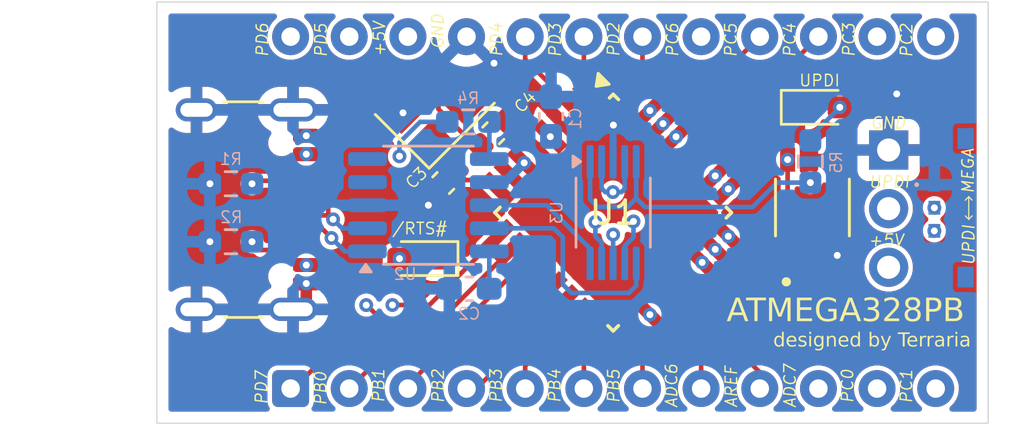
<source format=kicad_pcb>
(kicad_pcb (version 20241229) (generator "pcbnew") (generator_version "9.0")
  (layers (0 "F.Cu" signal) (4 "In1.Cu" signal) (6 "In2.Cu" signal) (2 "B.Cu" signal) (13 "F.Paste" user) (15 "B.Paste" user) (5 "F.SilkS" user "F.Silkscreen") (7 "B.SilkS" user "B.Silkscreen") (1 "F.Mask" user) (3 "B.Mask" user) (25 "Edge.Cuts" user))
  (net 0 "")
  (net 1 "+5V")
  (net 2 "GND")
  (net 3 "Net-(U2-V3)")
  (net 4 "Net-(U1-XTAL2{slash}PB7)")
  (net 5 "Net-(U1-XTAL1{slash}PB6)")
  (net 6 "Net-(D2-A)")
  (net 7 "Net-(J1-CC2)")
  (net 9 "D-")
  (net 10 "Net-(J1-CC1)")
  (net 12 "D+")
  (net 13 "/PC2")
  (net 14 "/PC1")
  (net 15 "/PB4")
  (net 16 "ADC6")
  (net 17 "/PD5")
  (net 18 "/PB0")
  (net 19 "/PC4")
  (net 20 "/PB2")
  (net 21 "/PB5")
  (net 22 "AREF")
  (net 23 "/PC3")
  (net 24 "/PD2")
  (net 25 "/PD6")
  (net 26 "/PC5")
  (net 27 "/PB3")
  (net 28 "/PC0")
  (net 29 "/PD7")
  (net 30 "ADC7")
  (net 31 "/PD3")
  (net 32 "/PD4")
  (net 33 "/PB1")
  (net 34 "RxD")
  (net 35 "RTS#")
  (net 38 "PC6")
  (net 41 "TxD")
  (net 42 "PD1{slash}TxD")
  (net 43 "Net-(D3-A)")
  (net 44 "UPDI")
  (net 45 "Net-(SW2-COM)")
  (net 46 "PD0{slash}RxD")
  (footprint "Package_QFP:TQFP-32_7x7mm_P0.8mm" (layer "F.Cu") (at 119.76 99.12 -45)
    (property "Reference" "U1" (at 0 0 180) (layer "F.SilkS"))
    (property "Value" "ATmega328P-A" (hide yes))
    (fp_line (start -3.625 3.625) (end -3.625 3.299999) (stroke (width 0.15)) (layer "F.SilkS"))
    (fp_line (start -3.625 3.625) (end -3.299999 3.625) (stroke (width 0.15)) (layer "F.SilkS"))
    (fp_line (start -3.625 -3.625) (end -3.625 -3.4) (stroke (width 0.15)) (layer "F.SilkS"))
    (fp_line (start -3.625 -3.625) (end -3.299999 -3.625) (stroke (width 0.15)) (layer "F.SilkS"))
    (fp_line (start 3.625 3.625) (end 3.299999 3.625) (stroke (width 0.15)) (layer "F.SilkS"))
    (fp_line (start 3.625 3.625) (end 3.625 3.299999) (stroke (width 0.15)) (layer "F.SilkS"))
    (fp_line (start 3.625 -3.625) (end 3.299999 -3.625) (stroke (width 0.15)) (layer "F.SilkS"))
    (fp_line (start 3.625 -3.625) (end 3.625 -3.299999) (stroke (width 0.15)) (layer "F.SilkS"))
    (fp_poly (pts (xy -4.39 -3.34) (xy -4.73 -3.81) (xy -4.05 -3.81) (xy -4.39 -3.34)) (stroke (width 0.12)) (fill yes) (layer "F.SilkS"))
    (pad "1" smd rect (at -4.25 -2.8 315) (size 1.6 0.55) (layers "F.Cu" "F.Mask" "F.Paste") (net 31 "/PD3"))
    (pad "2" smd rect (at -4.25 -2 315) (size 1.6 0.55) (layers "F.Cu" "F.Mask" "F.Paste") (net 32 "/PD4"))
    (pad "3" smd rect (at -4.25 -1.2 315) (size 1.6 0.55) (layers "F.Cu" "F.Mask" "F.Paste") (net 2 "GND"))
    (pad "4" smd rect (at -4.25 -0.4 315) (size 1.6 0.55) (layers "F.Cu" "F.Mask" "F.Paste") (net 1 "+5V"))
    (pad "5" smd rect (at -4.25 0.4 315) (size 1.6 0.55) (layers "F.Cu" "F.Mask" "F.Paste") (net 2 "GND"))
    (pad "6" smd rect (at -4.25 1.2 315) (size 1.6 0.55) (layers "F.Cu" "F.Mask" "F.Paste") (net 1 "+5V"))
    (pad "7" smd rect (at -4.25 2 315) (size 1.6 0.55) (layers "F.Cu" "F.Mask" "F.Paste") (net 5 "Net-(U1-XTAL1{slash}PB6)"))
    (pad "8" smd rect (at -4.25 2.8 315) (size 1.6 0.55) (layers "F.Cu" "F.Mask" "F.Paste") (net 4 "Net-(U1-XTAL2{slash}PB7)"))
    (pad "9" smd rect (at -2.8 4.25 45) (size 1.6 0.55) (layers "F.Cu" "F.Mask" "F.Paste") (net 17 "/PD5"))
    (pad "10" smd rect (at -2 4.25 45) (size 1.6 0.55) (layers "F.Cu" "F.Mask" "F.Paste") (net 25 "/PD6"))
    (pad "11" smd rect (at -1.2 4.25 45) (size 1.6 0.55) (layers "F.Cu" "F.Mask" "F.Paste") (net 29 "/PD7"))
    (pad "12" smd rect (at -0.4 4.25 45) (size 1.6 0.55) (layers "F.Cu" "F.Mask" "F.Paste") (net 18 "/PB0"))
    (pad "13" smd rect (at 0.4 4.25 45) (size 1.6 0.55) (layers "F.Cu" "F.Mask" "F.Paste") (net 33 "/PB1"))
    (pad "14" smd rect (at 1.2 4.25 45) (size 1.6 0.55) (layers "F.Cu" "F.Mask" "F.Paste") (net 20 "/PB2"))
    (pad "15" smd rect (at 2 4.25 45) (size 1.6 0.55) (layers "F.Cu" "F.Mask" "F.Paste") (net 27 "/PB3"))
    (pad "16" smd rect (at 2.8 4.25 45) (size 1.6 0.55) (layers "F.Cu" "F.Mask" "F.Paste") (net 15 "/PB4"))
    (pad "17" smd rect (at 4.25 2.8 315) (size 1.6 0.55) (layers "F.Cu" "F.Mask" "F.Paste") (net 21 "/PB5"))
    (pad "18" smd rect (at 4.25 2 315) (size 1.6 0.55) (layers "F.Cu" "F.Mask" "F.Paste") (net 1 "+5V"))
    (pad "19" smd rect (at 4.25 1.2 315) (size 1.6 0.55) (layers "F.Cu" "F.Mask" "F.Paste") (net 16 "ADC6"))
    (pad "20" smd rect (at 4.25 0.4 315) (size 1.6 0.55) (layers "F.Cu" "F.Mask" "F.Paste") (net 22 "AREF"))
    (pad "21" smd rect (at 4.25 -0.4 315) (size 1.6 0.55) (layers "F.Cu" "F.Mask" "F.Paste") (net 2 "GND"))
    (pad "22" smd rect (at 4.25 -1.2 315) (size 1.6 0.55) (layers "F.Cu" "F.Mask" "F.Paste") (net 30 "ADC7"))
    (pad "23" smd rect (at 4.25 -2 315) (size 1.6 0.55) (layers "F.Cu" "F.Mask" "F.Paste") (net 28 "/PC0"))
    (pad "24" smd rect (at 4.25 -2.8 315) (size 1.6 0.55) (layers "F.Cu" "F.Mask" "F.Paste") (net 14 "/PC1"))
    (pad "25" smd rect (at 2.8 -4.25 45) (size 1.6 0.55) (layers "F.Cu" "F.Mask" "F.Paste") (net 13 "/PC2"))
    (pad "26" smd rect (at 2 -4.25 45) (size 1.6 0.55) (layers "F.Cu" "F.Mask" "F.Paste") (net 23 "/PC3"))
    (pad "27" smd rect (at 1.2 -4.25 45) (size 1.6 0.55) (layers "F.Cu" "F.Mask" "F.Paste") (net 19 "/PC4"))
    (pad "28" smd rect (at 0.4 -4.25 45) (size 1.6 0.55) (layers "F.Cu" "F.Mask" "F.Paste") (net 26 "/PC5"))
    (pad "29" smd rect (at -0.4 -4.25 45) (size 1.6 0.55) (layers "F.Cu" "F.Mask" "F.Paste") (net 38 "PC6"))
    (pad "30" smd rect (at -1.2 -4.25 45) (size 1.6 0.55) (layers "F.Cu" "F.Mask" "F.Paste") (net 46 "PD0{slash}RxD"))
    (pad "31" smd rect (at -2 -4.25 45) (size 1.6 0.55) (layers "F.Cu" "F.Mask" "F.Paste") (net 42 "PD1{slash}TxD"))
    (pad "32" smd rect (at -2.8 -4.25 45) (size 1.6 0.55) (layers "F.Cu" "F.Mask" "F.Paste") (net 24 "/PD2"))
  )
  (footprint "LED_SMD:LED_0603_1608Metric_Pad1.05x0.95mm_HandSolder" (layer "F.Cu") (at 111.38 101.11 180)
    (property "Reference" "/RTS#" (at 0 1.3 0) (layer "F.SilkS") (effects (font (size 0.5 0.5) (thickness 0.0625))))
    (property "Value" "LED_Small" (hide yes))
    (fp_line (start 0.8 -0.735) (end -1.66 -0.735) (stroke (width 0.12)) (layer "F.SilkS"))
    (fp_line (start -1.66 0.735) (end 0.8 0.735) (stroke (width 0.12)) (layer "F.SilkS"))
    (fp_line (start -1.66 -0.735) (end -1.66 0.735) (stroke (width 0.12)) (layer "F.SilkS"))
    (pad "1" smd roundrect (at -0.875 0 180) (size 1.05 0.95) (layers "F.Cu" "F.Mask" "F.Paste") (net 2 "GND"))
    (pad "2" smd roundrect (at 0.875 0 180) (size 1.05 0.95) (layers "F.Cu" "F.Mask" "F.Paste") (net 6 "Net-(D2-A)"))
  )
  (footprint "Capacitor_SMD:C_0603_1608Metric" (layer "F.Cu") (at 112.401992 97.838008 -135)
    (property "Reference" "C3" (at 0.667497 0.975807 45) (layer "F.SilkS") (effects (font (size 0.5 0.5) (thickness 0.0625))))
    (property "Value" "22p" (hide yes))
    (fp_line (start -0.140581 0.51) (end 0.140581 0.51) (stroke (width 0.12)) (layer "F.SilkS"))
    (fp_line (start -0.140581 -0.51) (end 0.140581 -0.51) (stroke (width 0.12)) (layer "F.SilkS"))
    (pad "1" smd roundrect (at -0.775 0 225) (size 0.9 0.95) (layers "F.Cu" "F.Mask" "F.Paste") (net 4 "Net-(U1-XTAL2{slash}PB7)"))
    (pad "2" smd roundrect (at 0.775 0 225) (size 0.9 0.95) (layers "F.Cu" "F.Mask" "F.Paste") (net 2 "GND"))
  )
  (footprint "Yamaha:SW_SKRPABE010" (layer "F.Cu") (at 128.39 98.8985 90)
    (property "Reference" "SW1" (hide yes))
    (property "Value" "SW_MEC_5E" (hide yes))
    (fp_line (start -1.23 -1.6) (end 1.23 -1.6) (stroke (width 0.127)) (layer "F.SilkS"))
    (fp_line (start -1.23 1.6) (end 1.23 1.6) (stroke (width 0.127)) (layer "F.SilkS"))
    (fp_circle (center -3.218 -1.13) (end -3.118 -1.13) (stroke (width 0.2)) (fill no) (layer "F.SilkS"))
    (pad "1" smd rect (at -2.075 -1.075 90) (size 1.05 0.65) (layers "F.Cu" "F.Mask" "F.Paste") (net 38 "PC6"))
    (pad "2" smd rect (at 2.075 -1.075 90) (size 1.05 0.65) (layers "F.Cu" "F.Mask" "F.Paste") (net 38 "PC6"))
    (pad "3" smd rect (at -2.075 1.075 90) (size 1.05 0.65) (layers "F.Cu" "F.Mask" "F.Paste") (net 2 "GND"))
    (pad "4" smd rect (at 2.075 1.075 90) (size 1.05 0.65) (layers "F.Cu" "F.Mask" "F.Paste") (net 2 "GND"))
  )
  (footprint "Connector_USB:USB_C_Receptacle_GCT_USB4105-xx-A_16P_TopMnt_Horizontal" (layer "F.Cu") (at 102.79 98.99 -90)
    (property "Reference" "J1" (hide yes))
    (property "Value" "USB_C_Receptacle_USB2.0_16P" (hide yes))
    (fp_line (start -4.67 -0.1) (end -4.67 -1.8) (stroke (width 0.12)) (layer "F.SilkS"))
    (fp_line (start 4.67 -0.1) (end 4.67 -1.8) (stroke (width 0.12)) (layer "F.SilkS"))
    (pad "" np_thru_hole circle (at -2.89 -2.605 270) (size 0.65 0.65) (drill 0.65) (layers "*.Cu" "*.Mask"))
    (pad "" np_thru_hole circle (at 2.89 -2.605 270) (size 0.65 0.65) (drill 0.65) (layers "*.Cu" "*.Mask"))
    (pad "A1" smd roundrect (at -3.2 -3.68 270) (size 0.6 1.15) (layers "F.Cu" "F.Mask" "F.Paste") (net 2 "GND"))
    (pad "A4" smd roundrect (at -2.4 -3.68 270) (size 0.6 1.15) (layers "F.Cu" "F.Mask" "F.Paste") (net 1 "+5V"))
    (pad "A5" smd roundrect (at -1.25 -3.68 270) (size 0.3 1.15) (layers "F.Cu" "F.Mask" "F.Paste") (net 10 "Net-(J1-CC1)"))
    (pad "A6" smd roundrect (at -0.25 -3.68 270) (size 0.3 1.15) (layers "F.Cu" "F.Mask" "F.Paste") (net 12 "D+"))
    (pad "A7" smd roundrect (at 0.25 -3.68 270) (size 0.3 1.15) (layers "F.Cu" "F.Mask" "F.Paste") (net 9 "D-"))
    (pad "A8" smd roundrect (at 1.25 -3.68 270) (size 0.3 1.15) (layers "F.Cu" "F.Mask" "F.Paste"))
    (pad "A9" smd roundrect (at 2.4 -3.68 270) (size 0.6 1.15) (layers "F.Cu" "F.Mask" "F.Paste") (net 1 "+5V"))
    (pad "A12" smd roundrect (at 3.2 -3.68 270) (size 0.6 1.15) (layers "F.Cu" "F.Mask" "F.Paste") (net 2 "GND"))
    (pad "B1" smd roundrect (at 3.2 -3.68 270) (size 0.6 1.15) (layers "F.Cu" "F.Mask" "F.Paste") (net 2 "GND"))
    (pad "B4" smd roundrect (at 2.4 -3.68 270) (size 0.6 1.15) (layers "F.Cu" "F.Mask" "F.Paste") (net 1 "+5V"))
    (pad "B5" smd roundrect (at 1.75 -3.68 270) (size 0.3 1.15) (layers "F.Cu" "F.Mask" "F.Paste") (net 7 "Net-(J1-CC2)"))
    (pad "B6" smd roundrect (at 0.75 -3.68 270) (size 0.3 1.15) (layers "F.Cu" "F.Mask" "F.Paste") (net 12 "D+"))
    (pad "B7" smd roundrect (at -0.75 -3.68 270) (size 0.3 1.15) (layers "F.Cu" "F.Mask" "F.Paste") (net 9 "D-"))
    (pad "B8" smd roundrect (at -1.75 -3.68 270) (size 0.3 1.15) (layers "F.Cu" "F.Mask" "F.Paste"))
    (pad "B9" smd roundrect (at -2.4 -3.68 270) (size 0.6 1.15) (layers "F.Cu" "F.Mask" "F.Paste") (net 1 "+5V"))
    (pad "B12" smd roundrect (at -3.2 -3.68 270) (size 0.6 1.15) (layers "F.Cu" "F.Mask" "F.Paste") (net 2 "GND"))
    (pad "S1" thru_hole oval (at -4.32 -3.105 270) (size 1 2.1) (drill oval 0.6 1.7) (property pad_prop_heatsink) (layers "*.Cu" "*.Mask" "F.Paste") (net 2 "GND"))
    (pad "S1" thru_hole oval (at -4.32 1.075 270) (size 1 1.8) (drill oval 0.6 1.4) (property pad_prop_heatsink) (layers "*.Cu" "*.Mask" "F.Paste") (net 2 "GND"))
    (pad "S1" thru_hole oval (at 4.32 -3.105 270) (size 1 2.1) (drill oval 0.6 1.7) (property pad_prop_heatsink) (layers "*.Cu" "*.Mask" "F.Paste") (net 2 "GND"))
    (pad "S1" thru_hole oval (at 4.32 1.075 270) (size 1 1.8) (drill oval 0.6 1.4) (property pad_prop_heatsink) (layers "*.Cu" "*.Mask" "F.Paste") (net 2 "GND"))
  )
  (footprint "Connector_PinHeader_2.54mm:PinHeader_1x03_P2.54mm_Vertical" (layer "F.Cu") (at 131.69 96.4085)
    (property "Reference" "J3" (hide yes))
    (property "Value" "Conn_01x03_Pin" (hide yes))
    (pad "1" thru_hole rect (at 0 0) (size 1.7 1.7) (drill 1) (layers "*.Cu" "*.Mask") (net 2 "GND"))
    (pad "2" thru_hole circle (at 0 2.54) (size 1.7 1.7) (drill 1) (layers "*.Cu" "*.Mask") (net 44 "UPDI"))
    (pad "3" thru_hole circle (at 0 5.08) (size 1.7 1.7) (drill 1) (layers "*.Cu" "*.Mask") (net 1 "+5V"))
  )
  (footprint "LED_SMD:LED_0603_1608Metric_Pad1.05x0.95mm_HandSolder" (layer "F.Cu") (at 128.7 94.56)
    (property "Reference" "UPDI" (at 0 -1.16 0) (layer "F.SilkS") (effects (font (size 0.5 0.5) (thickness 0.0625))))
    (property "Value" "LED_Small" (hide yes))
    (fp_line (start -1.66 -0.735) (end -1.66 0.735) (stroke (width 0.12)) (layer "F.SilkS"))
    (fp_line (start -1.66 0.735) (end 0.8 0.735) (stroke (width 0.12)) (layer "F.SilkS"))
    (fp_line (start 0.8 -0.735) (end -1.66 -0.735) (stroke (width 0.12)) (layer "F.SilkS"))
    (pad "1" smd roundrect (at -0.875 0) (size 1.05 0.95) (layers "F.Cu" "F.Mask" "F.Paste") (net 2 "GND"))
    (pad "2" smd roundrect (at 0.875 0) (size 1.05 0.95) (layers "F.Cu" "F.Mask" "F.Paste") (net 43 "Net-(D3-A)"))
  )
  (footprint "Package_DIP:DIP-24_W15.24mm" (layer "F.Cu") (at 105.79 106.74 90)
    (property "Reference" "J2" (hide yes))
    (property "Value" "Conn_02x12_Counter_Clockwise" (hide yes))
    (pad "1" thru_hole roundrect (at 0 0 90) (size 1.6 1.6) (drill 0.8) (layers "*.Cu" "*.Mask") (roundrect_rratio 0.15625) (net 29 "/PD7"))
    (pad "2" thru_hole circle (at 0 2.54 90) (size 1.6 1.6) (drill 0.8) (layers "*.Cu" "*.Mask") (net 18 "/PB0"))
    (pad "3" thru_hole circle (at 0 5.08 90) (size 1.6 1.6) (drill 0.8) (layers "*.Cu" "*.Mask") (net 33 "/PB1"))
    (pad "4" thru_hole circle (at 0 7.62 90) (size 1.6 1.6) (drill 0.8) (layers "*.Cu" "*.Mask") (net 20 "/PB2"))
    (pad "5" thru_hole circle (at 0 10.16 90) (size 1.6 1.6) (drill 0.8) (layers "*.Cu" "*.Mask") (net 27 "/PB3"))
    (pad "6" thru_hole circle (at 0 12.7 90) (size 1.6 1.6) (drill 0.8) (layers "*.Cu" "*.Mask") (net 15 "/PB4"))
    (pad "7" thru_hole circle (at 0 15.24 90) (size 1.6 1.6) (drill 0.8) (layers "*.Cu" "*.Mask") (net 21 "/PB5"))
    (pad "8" thru_hole circle (at 0 17.78 90) (size 1.6 1.6) (drill 0.8) (layers "*.Cu" "*.Mask") (net 16 "ADC6"))
    (pad "9" thru_hole circle (at 0 20.32 90) (size 1.6 1.6) (drill 0.8) (layers "*.Cu" "*.Mask") (net 22 "AREF"))
    (pad "10" thru_hole circle (at 0 22.86 90) (size 1.6 1.6) (drill 0.8) (layers "*.Cu" "*.Mask") (net 30 "ADC7"))
    (pad "11" thru_hole circle (at 0 25.4 90) (size 1.6 1.6) (drill 0.8) (layers "*.Cu" "*.Mask") (net 28 "/PC0"))
    (pad "12" thru_hole circle (at 0 27.94 90) (size 1.6 1.6) (drill 0.8) (layers "*.Cu" "*.Mask") (net 14 "/PC1"))
    (pad "13" thru_hole circle (at 15.24 27.94 90) (size 1.6 1.6) (drill 0.8) (layers "*.Cu" "*.Mask") (net 13 "/PC2"))
    (pad "14" thru_hole circle (at 15.24 25.4 90) (size 1.6 1.6) (drill 0.8) (layers "*.Cu" "*.Mask") (net 23 "/PC3"))
    (pad "15" thru_hole circle (at 15.24 22.86 90) (size 1.6 1.6) (drill 0.8) (layers "*.Cu" "*.Mask") (net 19 "/PC4"))
    (pad "16" thru_hole circle (at 15.24 20.32 90) (size 1.6 1.6) (drill 0.8) (layers "*.Cu" "*.Mask") (net 26 "/PC5"))
    (pad "17" thru_hole circle (at 15.24 17.78 90) (size 1.6 1.6) (drill 0.8) (layers "*.Cu" "*.Mask") (net 38 "PC6"))
    (pad "18" thru_hole circle (at 15.24 15.24 90) (size 1.6 1.6) (drill 0.8) (layers "*.Cu" "*.Mask") (net 24 "/PD2"))
    (pad "19" thru_hole circle (at 15.24 12.7 90) (size 1.6 1.6) (drill 0.8) (layers "*.Cu" "*.Mask") (net 31 "/PD3"))
    (pad "20" thru_hole circle (at 15.24 10.16 90) (size 1.6 1.6) (drill 0.8) (layers "*.Cu" "*.Mask") (net 32 "/PD4"))
    (pad "21" thru_hole circle (at 15.24 7.62 90) (size 1.6 1.6) (drill 0.8) (layers "*.Cu" "*.Mask") (net 2 "GND"))
    (pad "22" thru_hole circle (at 15.24 5.08 90) (size 1.6 1.6) (drill 0.8) (layers "*.Cu" "*.Mask") (net 1 "+5V"))
    (pad "23" thru_hole circle (at 15.24 2.54 90) (size 1.6 1.6) (drill 0.8) (layers "*.Cu" "*.Mask") (net 17 "/PD5"))
    (pad "24" thru_hole circle (at 15.24 0 90) (size 1.6 1.6) (drill 0.8) (layers "*.Cu" "*.Mask") (net 25 "/PD6"))
  )
  (footprint "Crystal:Crystal_SMD_3225-4Pin_3.2x2.5mm" (layer "F.Cu") (at 112.036777 94.621142 45)
    (property "Reference" "Y1" (hide yes))
    (property "Value" "16MHz" (hide yes))
    (fp_line (start -2 -1.65) (end -2 1.65) (stroke (width 0.12)) (layer "F.SilkS"))
    (fp_line (start -2 1.65) (end 2 1.65) (stroke (width 0.12)) (layer "F.SilkS"))
    (pad "1" smd rect (at -1.1 0.85 45) (size 1.4 1.2) (layers "F.Cu" "F.Mask" "F.Paste") (net 4 "Net-(U1-XTAL2{slash}PB7)"))
    (pad "2" smd rect (at 1.1 0.85 45) (size 1.4 1.2) (layers "F.Cu" "F.Mask" "F.Paste") (net 2 "GND"))
    (pad "3" smd rect (at 1.1 -0.85 45) (size 1.4 1.2) (layers "F.Cu" "F.Mask" "F.Paste") (net 5 "Net-(U1-XTAL1{slash}PB6)"))
    (pad "4" smd rect (at -1.1 -0.85 45) (size 1.4 1.2) (layers "F.Cu" "F.Mask" "F.Paste") (net 2 "GND"))
  )
  (footprint "Capacitor_SMD:C_0603_1608Metric" (layer "F.Cu") (at 114.568008 95.681992 -135)
    (property "Reference" "C4" (at -1.933219 -0.021213 45) (layer "F.SilkS") (effects (font (size 0.5 0.5) (thickness 0.0625))))
    (property "Value" "22p" (hide yes))
    (fp_line (start -0.140581 0.51) (end 0.140581 0.51) (stroke (width 0.12)) (layer "F.SilkS"))
    (fp_line (start -0.140581 -0.51) (end 0.140581 -0.51) (stroke (width 0.12)) (layer "F.SilkS"))
    (pad "1" smd roundrect (at -0.775 0 225) (size 0.9 0.95) (layers "F.Cu" "F.Mask" "F.Paste") (net 2 "GND"))
    (pad "2" smd roundrect (at 0.775 0 225) (size 0.9 0.95) (layers "F.Cu" "F.Mask" "F.Paste") (net 5 "Net-(U1-XTAL1{slash}PB6)"))
  )
  (footprint "Resistor_SMD:R_0603_1608Metric_Pad0.98x0.95mm_HandSolder" (layer "B.Cu") (at 103.2075 100.38 180)
    (property "Reference" "R2" (at -0.0125 1.06 0) (layer "B.SilkS") (effects (font (size 0.5 0.5) (thickness 0.0625)) (justify mirror)))
    (property "Value" "5.1k")
    (fp_line (start -0.254724 0.5225) (end 0.254724 0.5225) (stroke (width 0.12)) (layer "B.SilkS"))
    (fp_line (start -0.254724 -0.5225) (end 0.254724 -0.5225) (stroke (width 0.12)) (layer "B.SilkS"))
    (pad "1" smd roundrect (at -0.9125 0 180) (size 0.975 0.95) (layers "B.Cu" "B.Mask" "B.Paste") (net 7 "Net-(J1-CC2)"))
    (pad "2" smd roundrect (at 0.9125 0 180) (size 0.975 0.95) (layers "B.Cu" "B.Mask" "B.Paste") (net 2 "GND"))
  )
  (footprint "Resistor_SMD:R_0603_1608Metric_Pad0.98x0.95mm_HandSolder" (layer "B.Cu") (at 128.3 96.9075 90)
    (property "Reference" "R5" (at -0.0325 1.12 90) (layer "B.SilkS") (effects (font (size 0.5 0.5) (thickness 0.0625)) (justify mirror)))
    (property "Value" "10k")
    (fp_line (start -0.254724 -0.5225) (end 0.254724 -0.5225) (stroke (width 0.12)) (layer "B.SilkS"))
    (fp_line (start -0.254724 0.5225) (end 0.254724 0.5225) (stroke (width 0.12)) (layer "B.SilkS"))
    (pad "1" smd roundrect (at -0.9125 0 90) (size 0.975 0.95) (layers "B.Cu" "B.Mask" "B.Paste") (net 45 "Net-(SW2-COM)"))
    (pad "2" smd roundrect (at 0.9125 0 90) (size 0.975 0.95) (layers "B.Cu" "B.Mask" "B.Paste") (net 43 "Net-(D3-A)"))
  )
  (footprint "Package_SO:VSSOP-10_3x3mm_P0.5mm" (layer "B.Cu") (at 119.76 99.12 -90)
    (property "Reference" "U3" (at 0 2.45 90) (layer "B.SilkS") (effects (font (size 0.5 0.5) (thickness 0.0625)) (justify mirror)))
    (property "Value" "TS5A23159DGS" (hide yes))
    (fp_line (start 0 1.61) (end -1.5 1.61) (stroke (width 0.12)) (layer "B.SilkS"))
    (fp_line (start 0 1.61) (end 1.5 1.61) (stroke (width 0.12)) (layer "B.SilkS"))
    (fp_line (start 0 -1.61) (end -1.5 -1.61) (stroke (width 0.12)) (layer "B.SilkS"))
    (fp_line (start 0 -1.61) (end 1.5 -1.61) (stroke (width 0.12)) (layer "B.SilkS"))
    (fp_poly (pts (xy -2.2125 1.41) (xy -2.4525 1.74) (xy -1.9725 1.74)) (stroke (width 0.12)) (fill yes) (layer "B.SilkS"))
    (pad "1" smd roundrect (at -2.2 1 270) (size 1.45 0.3) (layers "B.Cu" "B.Mask" "B.Paste") (net 45 "Net-(SW2-COM)"))
    (pad "2" smd roundrect (at -2.2 0.5 270) (size 1.45 0.3) (layers "B.Cu" "B.Mask" "B.Paste") (net 44 "UPDI"))
    (pad "3" smd roundrect (at -2.2 0 270) (size 1.45 0.3) (layers "B.Cu" "B.Mask" "B.Paste") (net 2 "GND"))
    (pad "4" smd roundrect (at -2.2 -0.5 270) (size 1.45 0.3) (layers "B.Cu" "B.Mask" "B.Paste") (net 44 "UPDI"))
    (pad "5" smd roundrect (at -2.2 -1 270) (size 1.45 0.3) (layers "B.Cu" "B.Mask" "B.Paste") (net 45 "Net-(SW2-COM)"))
    (pad "6" smd roundrect (at 2.2 -1 270) (size 1.45 0.3) (layers "B.Cu" "B.Mask" "B.Paste") (net 34 "RxD"))
    (pad "7" smd roundrect (at 2.2 -0.5 270) (size 1.45 0.3) (layers "B.Cu" "B.Mask" "B.Paste") (net 46 "PD0{slash}RxD"))
    (pad "8" smd roundrect (at 2.2 0 270) (size 1.45 0.3) (layers "B.Cu" "B.Mask" "B.Paste") (net 1 "+5V"))
    (pad "9" smd roundrect (at 2.2 0.5 270) (size 1.45 0.3) (layers "B.Cu" "B.Mask" "B.Paste") (net 42 "PD1{slash}TxD"))
    (pad "10" smd roundrect (at 2.2 1 270) (size 1.45 0.3) (layers "B.Cu" "B.Mask" "B.Paste") (net 41 "TxD"))
  )
  (footprint "Capacitor_SMD:C_0603_1608Metric_Pad1.08x0.95mm_HandSolder" (layer "B.Cu") (at 117.07 94.9575 90)
    (property "Reference" "C1" (at -0.0925 1.05 90) (layer "B.SilkS") (effects (font (size 0.5 0.5) (thickness 0.0625)) (justify mirror)))
    (property "Value" "0.1u" (hide yes))
    (fp_line (start -0.146267 -0.51) (end 0.146267 -0.51) (stroke (width 0.12)) (layer "B.SilkS"))
    (fp_line (start -0.146267 0.51) (end 0.146267 0.51) (stroke (width 0.12)) (layer "B.SilkS"))
    (pad "1" smd roundrect (at -0.8625 0 90) (size 1.075 0.95) (layers "B.Cu" "B.Mask" "B.Paste") (net 1 "+5V"))
    (pad "2" smd roundrect (at 0.8625 0 90) (size 1.075 0.95) (layers "B.Cu" "B.Mask" "B.Paste") (net 2 "GND"))
  )
  (footprint "Capacitor_SMD:C_0603_1608Metric_Pad1.08x0.95mm_HandSolder" (layer "B.Cu") (at 113.5275 102.42 180)
    (property "Reference" "C2" (at 0.0075 -1.08 0) (layer "B.SilkS") (effects (font (size 0.5 0.5) (thickness 0.0625)) (justify mirror)))
    (property "Value" "0.1u" (hide yes))
    (fp_line (start -0.146267 0.51) (end 0.146267 0.51) (stroke (width 0.12)) (layer "B.SilkS"))
    (fp_line (start -0.146267 -0.51) (end 0.146267 -0.51) (stroke (width 0.12)) (layer "B.SilkS"))
    (pad "1" smd roundrect (at -0.8625 0 180) (size 1.075 0.95) (layers "B.Cu" "B.Mask" "B.Paste") (net 3 "Net-(U2-V3)"))
    (pad "2" smd roundrect (at 0.8625 0 180) (size 1.075 0.95) (layers "B.Cu" "B.Mask" "B.Paste") (net 2 "GND"))
  )
  (footprint "footprints:SSAJ120100" (layer "B.Cu") (at 134.955 98.91 -90)
    (property "Reference" "SW2" (hide yes))
    (property "Value" "~" (hide yes))
    (fp_line (start -1 2.1) (end -1 2.1) (stroke (width 0.1)) (layer "B.SilkS"))
    (fp_line (start -1 2) (end -1 2) (stroke (width 0.1)) (layer "B.SilkS"))
    (fp_arc (start -1 2.1) (mid -1.05 2.05) (end -1 2) (stroke (width 0.1)) (layer "B.SilkS"))
    (fp_arc (start -1 2) (mid -0.95 2.05) (end -1 2.1) (stroke (width 0.1)) (layer "B.SilkS"))
    (pad "1" smd rect (at -1 1.285 180) (size 0.51 0.6) (layers "B.Cu" "B.Mask" "B.Paste") (net 2 "GND"))
    (pad "2" smd rect (at 1 1.285 180) (size 0.51 0.6) (layers "B.Cu" "B.Mask" "B.Paste") (net 1 "+5V"))
    (pad "3" smd rect (at 0 1.285 180) (size 0.51 0.6) (layers "B.Cu" "B.Mask" "B.Paste") (net 45 "Net-(SW2-COM)"))
    (pad "4" smd rect (at -3 -0.07 180) (size 0.7 0.9) (layers "B.Cu" "B.Mask" "B.Paste"))
    (pad "5" smd rect (at 3 -0.07 180) (size 0.7 0.9) (layers "B.Cu" "B.Mask" "B.Paste"))
  )
  (footprint "Resistor_SMD:R_0603_1608Metric_Pad0.98x0.95mm_HandSolder" (layer "B.Cu") (at 103.2075 97.87 180)
    (property "Reference" "R1" (at 0.0075 1.07 0) (layer "B.SilkS") (effects (font (size 0.5 0.5) (thickness 0.0625)) (justify mirror)))
    (property "Value" "5.1k")
    (fp_line (start -0.254724 0.5225) (end 0.254724 0.5225) (stroke (width 0.12)) (layer "B.SilkS"))
    (fp_line (start -0.254724 -0.5225) (end 0.254724 -0.5225) (stroke (width 0.12)) (layer "B.SilkS"))
    (pad "1" smd roundrect (at -0.9125 0 180) (size 0.975 0.95) (layers "B.Cu" "B.Mask" "B.Paste") (net 10 "Net-(J1-CC1)"))
    (pad "2" smd roundrect (at 0.9125 0 180) (size 0.975 0.95) (layers "B.Cu" "B.Mask" "B.Paste") (net 2 "GND"))
  )
  (footprint "Resistor_SMD:R_0603_1608Metric_Pad0.98x0.95mm_HandSolder" (layer "B.Cu") (at 113.4875 95.19 180)
    (property "Reference" "R4" (at 0.0075 1.02 0) (layer "B.SilkS") (effects (font (size 0.5 0.5) (thickness 0.0625)) (justify mirror)))
    (property "Value" "10k" (hide yes))
    (fp_line (start -0.254724 0.5225) (end 0.254724 0.5225) (stroke (width 0.12)) (layer "B.SilkS"))
    (fp_line (start -0.254724 -0.5225) (end 0.254724 -0.5225) (stroke (width 0.12)) (layer "B.SilkS"))
    (pad "1" smd roundrect (at -0.9125 0 180) (size 0.975 0.95) (layers "B.Cu" "B.Mask" "B.Paste") (net 35 "RTS#"))
    (pad "2" smd roundrect (at 0.9125 0 180) (size 0.975 0.95) (layers "B.Cu" "B.Mask" "B.Paste") (net 6 "Net-(D2-A)"))
  )
  (footprint "Package_SO:SSOP-10-1EP_3.9x4.9mm_P1mm_EP2.1x3.3mm" (layer "B.Cu") (at 111.7575 98.8)
    (property "Reference" "U2" (at -1.0075 2.98 180) (layer "B.SilkS") (effects (font (size 0.5 0.5) (thickness 0.0625)) (justify mirror)))
    (property "Value" "CH340K")
    (fp_line (start 0 -2.56) (end -1.95 -2.56) (stroke (width 0.12)) (layer "B.SilkS"))
    (fp_line (start 0 -2.56) (end 1.95 -2.56) (stroke (width 0.12)) (layer "B.SilkS"))
    (fp_line (start 0 2.56) (end -1.95 2.56) (stroke (width 0.12)) (layer "B.SilkS"))
    (fp_line (start 0 2.56) (end 1.95 2.56) (stroke (width 0.12)) (layer "B.SilkS"))
    (fp_poly (pts (xy -2.7125 2.56) (xy -2.9525 2.89) (xy -2.4725 2.89)) (stroke (width 0.12)) (fill yes) (layer "B.SilkS"))
    (pad "1" smd roundrect (at -2.6375 2) (size 1.675 0.6) (layers "B.Cu" "B.Mask" "B.Paste") (net 12 "D+"))
    (pad "2" smd roundrect (at -2.6375 1) (size 1.675 0.6) (layers "B.Cu" "B.Mask" "B.Paste") (net 9 "D-"))
    (pad "3" smd roundrect (at -2.6375 0) (size 1.675 0.6) (layers "B.Cu" "B.Mask" "B.Paste") (net 2 "GND"))
    (pad "4" smd roundrect (at -2.6375 -1) (size 1.675 0.6) (layers "B.Cu" "B.Mask" "B.Paste"))
    (pad "5" smd roundrect (at -2.6375 -2) (size 1.675 0.6) (layers "B.Cu" "B.Mask" "B.Paste"))
    (pad "6" smd roundrect (at 2.6375 -2) (size 1.675 0.6) (layers "B.Cu" "B.Mask" "B.Paste") (net 35 "RTS#"))
    (pad "7" smd roundrect (at 2.6375 -1) (size 1.675 0.6) (layers "B.Cu" "B.Mask" "B.Paste") (net 1 "+5V"))
    (pad "8" smd roundrect (at 2.6375 0) (size 1.675 0.6) (layers "B.Cu" "B.Mask" "B.Paste") (net 41 "TxD"))
    (pad "9" smd roundrect (at 2.6375 1) (size 1.675 0.6) (layers "B.Cu" "B.Mask" "B.Paste") (net 34 "RxD"))
    (pad "10" smd roundrect (at 2.6375 2) (size 1.675 0.6) (layers "B.Cu" "B.Mask" "B.Paste") (net 3 "Net-(U2-V3)"))
    (pad "11" smd rect (at 0 0) (size 2.1 3.3) (property pad_prop_heatsink) (layers "B.Cu" "B.Mask") (net 2 "GND"))
  )
  (gr_line (start 135.16 98.43) (end 135.31 98.58) (stroke (width 0.05)) (layer "F.SilkS"))
  (gr_line (start 135.165 99.405) (end 135.315 99.255) (stroke (width 0.05)) (layer "F.SilkS"))
  (gr_line (start 135.01 99.26) (end 135.16 99.41) (stroke (width 0.05)) (layer "F.SilkS"))
  (gr_line (start 135.16 98.43) (end 135.16 99.41) (stroke (width 0.05)) (layer "F.SilkS"))
  (gr_line (start 135.005 98.585) (end 135.155 98.435) (stroke (width 0.05)) (layer "F.SilkS"))
  (gr_rect (start 100 90) (end 136 108.24) (stroke (width 0.05)) (fill no) (layer "Edge.Cuts"))
  (gr_text "PB2" (at 112.47 107.41 90) (layer "F.SilkS") (effects (font (size 0.5 0.5) (thickness 0.0625) (italic yes)) (justify left bottom)))
  (gr_text "PB1" (at 109.89 107.39 90) (layer "F.SilkS") (effects (font (size 0.5 0.5) (thickness 0.0625) (italic yes)) (justify left bottom)))
  (gr_text "ADC6" (at 122.58 107.61 90) (layer "F.SilkS") (effects (font (size 0.5 0.5) (thickness 0.0625) (italic yes)) (justify left bottom)))
  (gr_text "PC3\n" (at 130.26 92.42 90) (layer "F.SilkS") (effects (font (size 0.5 0.5) (thickness 0.0625) (italic yes)) (justify left bottom)))
  (gr_text "UPDI" (at 135.45 101.44 90) (layer "F.SilkS") (effects (font (size 0.5 0.5) (thickness 0.0625) (italic yes)) (justify left bottom)))
  (gr_text "MEGA" (at 135.42 98.33 90) (layer "F.SilkS") (effects (font (size 0.5 0.5) (thickness 0.0625) (italic yes)) (justify left bottom)))
  (gr_text "designed by Terraria" (at 126.69 105.02 0) (layer "F.SilkS") (effects (font (size 0.6 0.6) (thickness 0.075) (italic yes)) (justify left bottom)))
  (gr_text "GND" (at 130.87 95.53 0) (layer "F.SilkS") (effects (font (size 0.5 0.5) (thickness 0.0625) (italic yes)) (justify left bottom)))
  (gr_text "UPDI" (at 130.8 98.08 0) (layer "F.SilkS") (effects (font (size 0.5 0.5) (thickness 0.0625) (italic yes)) (justify left bottom)))
  (gr_text "PC4\n" (at 127.7 92.43 90) (layer "F.SilkS") (effects (font (size 0.5 0.5) (thickness 0.0625) (italic yes)) (justify left bottom)))
  (gr_text "+5V" (at 109.93 92.4 90) (layer "F.SilkS") (effects (font (size 0.5 0.5) (thickness 0.0625) (italic yes)) (justify left bottom)))
  (gr_text "+5V" (at 130.78 100.61 0) (layer "F.SilkS") (effects (font (size 0.5 0.5) (thickness 0.0625) (italic yes)) (justify left bottom)))
  (gr_text "PD4\n" (at 115 92.41 90) (layer "F.SilkS") (effects (font (size 0.5 0.5) (thickness 0.0625) (italic yes)) (justify left bottom)))
  (gr_text "PC1" (at 132.75 107.42 90) (layer "F.SilkS") (effects (font (size 0.5 0.5) (thickness 0.0625) (italic yes)) (justify left bottom)))
  (gr_text "PC5\n" (at 125.15 92.43 90) (layer "F.SilkS") (effects (font (size 0.5 0.5) (thickness 0.0625) (italic yes)) (justify left bottom)))
  (gr_text "PD3\n" (at 117.54 92.43 90) (layer "F.SilkS") (effects (font (size 0.5 0.5) (thickness 0.0625) (italic yes)) (justify left bottom)))
  (gr_text "PD6\n" (at 104.86 92.42 90) (layer "F.SilkS") (effects (font (size 0.5 0.5) (thickness 0.0625) (italic yes)) (justify left bottom)))
  (gr_text "PB5" (at 120.08 107.41 90) (layer "F.SilkS") (effects (font (size 0.5 0.5) (thickness 0.0625) (italic yes)) (justify left bottom)))
  (gr_text "AREF" (at 125.17 107.6 90) (layer "F.SilkS") (effects (font (size 0.5 0.5) (thickness 0.0625) (italic yes)) (justify left bottom)))
  (gr_text "PC6\n" (at 122.62 92.42 90) (layer "F.SilkS") (effects (font (size 0.5 0.5) (thickness 0.0625) (italic yes)) (justify left bottom)))
  (gr_text "ADC7" (at 127.71 107.61 90) (layer "F.SilkS") (effects (font (size 0.5 0.5) (thickness 0.0625) (italic yes)) (justify left bottom)))
  (gr_text "ATMEGA328PB" (at 124.67 103.99 0) (layer "F.SilkS") (effects (font (size 1 1) (thickness 0.25) (italic yes)) (justify left bottom)))
  (gr_text "PD2\n" (at 120.07 92.41 90) (layer "F.SilkS") (effects (font (size 0.5 0.5) (thickness 0.0625) (italic yes)) (justify left bottom)))
  (gr_text "PD7" (at 104.82 107.47 90) (layer "F.SilkS") (effects (font (size 0.5 0.5) (thickness 0.0625) (italic yes)) (justify left bottom)))
  (gr_text "PC2\n" (at 132.76 92.44 90) (layer "F.SilkS") (effects (font (size 0.5 0.5) (thickness 0.0625) (italic yes)) (justify left bottom)))
  (gr_text "PB4" (at 117.52 107.4 90) (layer "F.SilkS") (effects (font (size 0.5 0.5) (thickness 0.0625) (italic yes)) (justify left bottom)))
  (gr_text "PC0\n" (at 130.2 107.41 90) (layer "F.SilkS") (effects (font (size 0.5 0.5) (thickness 0.0625) (italic yes)) (justify left bottom)))
  (gr_text "PB0" (at 107.38 107.51 90) (layer "F.SilkS") (effects (font (size 0.5 0.5) (thickness 0.0625) (italic yes)) (justify left bottom)))
  (gr_text "PD5\n" (at 107.4 92.43 90) (layer "F.SilkS") (effects (font (size 0.5 0.5) (thickness 0.0625) (italic yes)) (justify left bottom)))
  (gr_text "GND" (at 112.46 92.07 90) (layer "F.SilkS") (effects (font (size 0.5 0.5) (thickness 0.0625) (italic yes)) (justify left bottom)))
  (gr_text "PB3" (at 114.98 107.4 90) (layer "F.SilkS") (effects (font (size 0.5 0.5) (thickness 0.0625) (italic yes)) (justify left bottom)))
  (via (at 115.906268 96.963324) (size 0.6) (drill 0.3) (layers "F.Cu" "B.Cu") (net 1))
  (via (at 133.67 99.91) (size 0.6) (drill 0.3) (layers "F.Cu" "B.Cu") (net 1))
  (via (at 117.037639 95.831953) (size 0.6) (drill 0.3) (layers "F.Cu" "B.Cu") (net 1))
  (via (at 106.47 96.59) (size 0.6) (drill 0.3) (layers "F.Cu" "B.Cu") (net 1))
  (via (at 121.35099 103.539417) (size 0.6) (drill 0.3) (layers "F.Cu" "B.Cu") (net 1))
  (via (at 106.47 101.39) (size 0.6) (drill 0.3) (layers "F.Cu" "B.Cu") (net 1))
  (via (at 119.76 100.07) (size 0.6) (drill 0.3) (layers "F.Cu" "B.Cu") (net 1))
  (segment (start 115.069592 97.8) (end 115.906268 96.963324) (width 0.4) (layer "B.Cu") (net 1))
  (segment (start 114.395 97.8) (end 115.069592 97.8) (width 0.4) (layer "B.Cu") (net 1))
  (segment (start 121.35099 103.539417) (end 121.359417 103.539417) (width 0.4) (layer "B.Cu") (net 1))
  (segment (start 115.906268 96.963324) (end 115.916676 96.963324) (width 0.4) (layer "B.Cu") (net 1))
  (segment (start 119.76 101.32) (end 119.76 100.07) (width 0.2) (layer "B.Cu") (net 1))
  (via (at 114.6 92.65) (size 0.6) (drill 0.3) (layers "F.Cu" "B.Cu") (net 2))
  (via (at 106.47 102.19) (size 0.6) (drill 0.3) (layers "F.Cu" "B.Cu") (net 2))
  (via (at 102.295 97.87) (size 0.6) (drill 0.3) (layers "F.Cu" "B.Cu") (net 2))
  (via (at 132.04 93.98) (size 0.6) (drill 0.3) (layers "F.Cu" "B.Cu") (net 2))
  (via (at 102.295 100.38) (size 0.6) (drill 0.3) (layers "F.Cu" "B.Cu") (net 2))
  (via (at 119.77 95.33) (size 0.6) (drill 0.3) (layers "F.Cu" "B.Cu") (net 2))
  (via (at 110.657919 94.797919) (size 0.6) (drill 0.3) (layers "F.Cu" "B.Cu") (net 2))
  (via (at 111.7575 98.8) (size 0.6) (drill 0.3) (layers "F.Cu" "B.Cu") (net 2))
  (via (at 106.47 95.79) (size 0.6) (drill 0.3) (layers "F.Cu" "B.Cu") (net 2))
  (via (at 129.465 100.9735) (size 0.6) (drill 0.3) (layers "F.Cu" "B.Cu") (net 2))
  (segment (start 119.76 96.92) (end 119.76 95.34) (width 0.2) (layer "B.Cu") (net 2))
  (segment (start 119.76 95.34) (end 119.77 95.33) (width 0.2) (layer "B.Cu") (net 2))
  (segment (start 114.395 102.415) (end 114.39 102.42) (width 0.2) (layer "B.Cu") (net 3))
  (segment (start 114.395 100.8) (end 114.395 102.415) (width 0.2) (layer "B.Cu") (net 3))
  (segment (start 113.37 97.71) (end 114.390202 97.71) (width 0.2) (layer "F.Cu") (net 4))
  (segment (start 111.86 96.2) (end 112.95 97.29) (width 0.2) (layer "F.Cu") (net 4))
  (segment (start 112.95 97.29) (end 113.37 97.71) (width 0.2) (layer "F.Cu") (net 4))
  (segment (start 114.390202 97.71) (end 114.774897 98.094695) (width 0.2) (layer "F.Cu") (net 4))
  (segment (start 111.86 96) (end 111.86 96.2) (width 0.2) (layer "F.Cu") (net 4))
  (segment (start 113.785642 96.23) (end 114.02 96.23) (width 0.2) (layer "F.Cu") (net 5))
  (segment (start 112.195396 94.639754) (end 113.785642 96.23) (width 0.2) (layer "F.Cu") (net 5))
  (segment (start 112.213554 93.242284) (end 112.195396 93.260442) (width 0.2) (layer "F.Cu") (net 5))
  (segment (start 114.02 96.23) (end 114.041573 96.23) (width 0.2) (layer "F.Cu") (net 5))
  (segment (start 112.195396 93.260442) (end 112.195396 94.639754) (width 0.2) (layer "F.Cu") (net 5))
  (segment (start 114.041573 96.23) (end 115.340583 97.52901) (width 0.2) (layer "F.Cu") (net 5))
  (via (at 110.505 96.68) (size 0.6) (drill 0.3) (layers "F.Cu" "B.Cu") (net 6))
  (via (at 110.505 101.11) (size 0.6) (drill 0.3) (layers "F.Cu" "B.Cu") (net 6))
  (segment (start 110.505 96.68) (end 110.505 96.085) (width 0.2) (layer "B.Cu") (net 6))
  (segment (start 111.4 95.19) (end 112.575 95.19) (width 0.2) (layer "B.Cu") (net 6))
  (segment (start 110.505 96.085) (end 111.4 95.19) (width 0.2) (layer "B.Cu") (net 6))
  (segment (start 104.48 100.74) (end 104.12 100.38) (width 0.2) (layer "F.Cu") (net 7))
  (segment (start 106.47 100.74) (end 104.48 100.74) (width 0.2) (layer "F.Cu") (net 7))
  (via (at 104.12 100.38) (size 0.6) (drill 0.3) (layers "F.Cu" "B.Cu") (net 7))
  (segment (start 107.42 99.2) (end 107.42 98.483176) (width 0.2) (layer "F.Cu") (net 9))
  (segment (start 107.42 98.483176) (end 107.176824 98.24) (width 0.2) (layer "F.Cu") (net 9))
  (segment (start 107.63 99.41) (end 107.46 99.24) (width 0.2) (layer "F.Cu") (net 9))
  (segment (start 107.63 99.41) (end 107.42 99.2) (width 0.2) (layer "F.Cu") (net 9))
  (segment (start 107.176824 98.24) (end 106.47 98.24) (width 0.2) (layer "F.Cu") (net 9))
  (segment (start 107.46 99.24) (end 106.47 99.24) (width 0.2) (layer "F.Cu") (net 9))
  (via (at 107.63 99.41) (size 0.6) (drill 0.3) (layers "F.Cu" "B.Cu") (net 9))
  (segment (start 109.12 99.8) (end 108.02 99.8) (width 0.2) (layer "B.Cu") (net 9))
  (segment (start 108.02 99.8) (end 107.63 99.41) (width 0.2) (layer "B.Cu") (net 9))
  (segment (start 104.12 97.87) (end 104.25 97.74) (width 0.2) (layer "F.Cu") (net 10))
  (segment (start 104.25 97.74) (end 106.47 97.74) (width 0.2) (layer "F.Cu") (net 10))
  (via (at 104.12 97.87) (size 0.6) (drill 0.3) (layers "F.Cu" "B.Cu") (net 10))
  (segment (start 105.594 99.007176) (end 105.861176 98.74) (width 0.2) (layer "F.Cu") (net 12))
  (segment (start 105.594 99.472824) (end 105.594 99.007176) (width 0.2) (layer "F.Cu") (net 12))
  (segment (start 106.47 99.74) (end 105.861176 99.74) (width 0.2) (layer "F.Cu") (net 12))
  (segment (start 107.08 99.74) (end 106.47 99.74) (width 0.2) (layer "F.Cu") (net 12))
  (segment (start 105.861176 99.74) (end 105.594 99.472824) (width 0.2) (layer "F.Cu") (net 12))
  (segment (start 107.56 100.22) (end 107.08 99.74) (width 0.2) (layer "F.Cu") (net 12))
  (segment (start 105.861176 98.74) (end 106.47 98.74) (width 0.2) (layer "F.Cu") (net 12))
  (via (at 107.56 100.22) (size 0.6) (drill 0.3) (layers "F.Cu" "B.Cu") (net 12))
  (segment (start 107.56 100.22) (end 108.14 100.8) (width 0.2) (layer "B.Cu") (net 12))
  (segment (start 108.14 100.8) (end 109.12 100.8) (width 0.2) (layer "B.Cu") (net 12))
  (segment (start 133.71 91.5) (end 133.73 91.5) (width 0.2) (layer "F.Cu") (net 13))
  (via (at 124.745103 98.094695) (size 0.6) (drill 0.3) (layers "F.Cu" "B.Cu") (net 13))
  (segment (start 124.745103 100.145305) (end 124.745305 100.145305) (width 0.2) (layer "F.Cu") (net 14))
  (via (at 124.745305 100.145305) (size 0.6) (drill 0.3) (layers "F.Cu" "B.Cu") (net 14))
  (segment (start 118.49 104.349798) (end 118.734695 104.105103) (width 0.2) (layer "F.Cu") (net 15))
  (segment (start 118.49 106.74) (end 118.49 104.349798) (width 0.2) (layer "F.Cu") (net 15))
  (segment (start 123.57 106.74) (end 123.57 104.627056) (width 0.2) (layer "F.Cu") (net 16))
  (segment (start 123.57 104.627056) (end 121.916676 102.973732) (width 0.2) (layer "F.Cu") (net 16))
  (segment (start 111.800202 103.12) (end 114.774897 100.145305) (width 0.2) (layer "F.Cu") (net 17))
  (segment (start 110.199451 103.12) (end 111.800202 103.12) (width 0.2) (layer "F.Cu") (net 17))
  (via (at 110.199451 103.12) (size 0.6) (drill 0.3) (layers "F.Cu" "B.Cu") (net 17))
  (segment (start 108.33 106.74) (end 108.34 106.74) (width 0.2) (layer "F.Cu") (net 18))
  (segment (start 113.275314 105.039) (end 116.471953 101.842361) (width 0.2) (layer "F.Cu") (net 18))
  (segment (start 108.34 106.74) (end 110.041 105.039) (width 0.2) (layer "F.Cu") (net 18))
  (segment (start 110.041 105.039) (end 113.275314 105.039) (width 0.2) (layer "F.Cu") (net 18))
  (segment (start 124.83 95.747056) (end 124.83 95.32) (width 0.2) (layer "F.Cu") (net 19))
  (segment (start 123.613732 96.963324) (end 124.83 95.747056) (width 0.2) (layer "F.Cu") (net 19))
  (segment (start 124.83 95.32) (end 128.65 91.5) (width 0.2) (layer "F.Cu") (net 19))
  (segment (start 113.837056 106.74) (end 117.603324 102.973732) (width 0.2) (layer "F.Cu") (net 20))
  (segment (start 113.41 106.74) (end 113.837056 106.74) (width 0.2) (layer "F.Cu") (net 20))
  (segment (start 121.03 106.74) (end 121.03 104.349798) (width 0.2) (layer "F.Cu") (net 21))
  (segment (start 121.03 104.349798) (end 120.785305 104.105103) (width 0.2) (layer "F.Cu") (net 21))
  (segment (start 126.11 106.74) (end 126.11 106.035686) (width 0.2) (layer "F.Cu") (net 22))
  (segment (start 126.11 106.035686) (end 122.482361 102.408047) (width 0.2) (layer "F.Cu") (net 22))
  (via (at 124.179417 97.52901) (size 0.6) (drill 0.3) (layers "F.Cu" "B.Cu") (net 23))
  (segment (start 121.03 91.5) (end 121.03 93.890202) (width 0.2) (layer "F.Cu") (net 24))
  (segment (start 121.03 93.890202) (end 120.785305 94.134897) (width 0.2) (layer "F.Cu") (net 24))
  (segment (start 109.92 103.96) (end 112.091573 103.96) (width 0.2) (layer "F.Cu") (net 25))
  (segment (start 112.091573 103.96) (end 115.340583 100.71099) (width 0.2) (layer "F.Cu") (net 25))
  (segment (start 109.065 103.125) (end 109.085 103.125) (width 0.2) (layer "F.Cu") (net 25))
  (segment (start 109.085 103.125) (end 109.92 103.96) (width 0.2) (layer "F.Cu") (net 25))
  (via (at 109.065 103.125) (size 0.6) (drill 0.3) (layers "F.Cu" "B.Cu") (net 25))
  (segment (start 124.06 93.55) (end 126.11 91.5) (width 0.2) (layer "F.Cu") (net 26))
  (segment (start 123.048047 96.397639) (end 124.06 95.385686) (width 0.2) (layer "F.Cu") (net 26))
  (segment (start 124.06 95.385686) (end 124.06 93.55) (width 0.2) (layer "F.Cu") (net 26))
  (segment (start 115.95 106.74) (end 115.95 105.758427) (width 0.2) (layer "F.Cu") (net 27))
  (segment (start 115.95 105.758427) (end 118.16901 103.539417) (width 0.2) (layer "F.Cu") (net 27))
  (via (at 124.179417 100.71099) (size 0.6) (drill 0.3) (layers "F.Cu" "B.Cu") (net 28))
  (segment (start 105.92 106.74) (end 108.022 104.638) (width 0.2) (layer "F.Cu") (net 29))
  (segment (start 105.79 106.74) (end 105.92 106.74) (width 0.2) (layer "F.Cu") (net 29))
  (segment (start 112.544944 104.638) (end 115.906268 101.276676) (width 0.2) (layer "F.Cu") (net 29))
  (segment (start 108.022 104.638) (end 112.544944 104.638) (width 0.2) (layer "F.Cu") (net 29))
  (via (at 123.613732 101.276676) (size 0.6) (drill 0.3) (layers "F.Cu" "B.Cu") (net 30))
  (segment (start 118.49 91.5) (end 118.49 93.890202) (width 0.2) (layer "F.Cu") (net 31))
  (segment (start 118.49 93.890202) (end 118.734695 94.134897) (width 0.2) (layer "F.Cu") (net 31))
  (segment (start 115.95 91.5) (end 115.95 92.481573) (width 0.2) (layer "F.Cu") (net 32))
  (segment (start 115.95 92.481573) (end 118.16901 94.700583) (width 0.2) (layer "F.Cu") (net 32))
  (segment (start 110.87 106.59) (end 112.02 105.44) (width 0.2) (layer "F.Cu") (net 33))
  (segment (start 110.87 106.74) (end 110.87 106.59) (width 0.2) (layer "F.Cu") (net 33))
  (segment (start 114.005686 105.44) (end 117.037639 102.408047) (width 0.2) (layer "F.Cu") (net 33))
  (segment (start 112.02 105.44) (end 114.005686 105.44) (width 0.2) (layer "F.Cu") (net 33))
  (segment (start 117.58 100.19) (end 117.58 102.23) (width 0.2) (layer "B.Cu") (net 34))
  (segment (start 114.395 99.8) (end 117.19 99.8) (width 0.2) (layer "B.Cu") (net 34))
  (segment (start 117.19 99.8) (end 117.58 100.19) (width 0.2) (layer "B.Cu") (net 34))
  (segment (start 120.76 102.28) (end 120.76 101.32) (width 0.2) (layer "B.Cu") (net 34))
  (segment (start 120.44 102.6) (end 120.76 102.28) (width 0.2) (layer "B.Cu") (net 34))
  (segment (start 117.58 102.23) (end 117.95 102.6) (width 0.2) (layer "B.Cu") (net 34))
  (segment (start 117.95 102.6) (end 120.44 102.6) (width 0.2) (layer "B.Cu") (net 34))
  (segment (start 114.4 96.795) (end 114.395 96.8) (width 0.2) (layer "B.Cu") (net 35))
  (segment (start 114.4 95.19) (end 114.4 96.795) (width 0.2) (layer "B.Cu") (net 35))
  (segment (start 127.315 96.8235) (end 127.315 100.9735) (width 0.2) (layer "F.Cu") (net 38))
  (via (at 122.482361 95.831953) (size 0.6) (drill 0.3) (layers "F.Cu" "B.Cu") (net 38))
  (via (at 127.315 96.8235) (size 0.6) (drill 0.3) (layers "F.Cu" "B.Cu") (net 38))
  (segment (start 116.88 98.8) (end 118.76 100.68) (width 0.2) (layer "B.Cu") (net 41))
  (segment (start 114.395 98.8) (end 116.88 98.8) (width 0.2) (layer "B.Cu") (net 41))
  (segment (start 118.76 100.68) (end 118.76 101.32) (width 0.2) (layer "B.Cu") (net 41))
  (via (at 118.99 99.53) (size 0.6) (drill 0.3) (layers "F.Cu" "B.Cu") (net 42))
  (via (at 121.35099 94.700583) (size 0.6) (drill 0.3) (layers "F.Cu" "B.Cu") (net 42))
  (segment (start 119.26 101.32) (end 119.26 100.419943) (width 0.2) (layer "B.Cu") (net 42))
  (segment (start 118.99 100.149943) (end 118.99 99.53) (width 0.2) (layer "B.Cu") (net 42))
  (segment (start 119.26 100.419943) (end 118.99 100.149943) (width 0.2) (layer "B.Cu") (net 42))
  (via (at 129.575 94.56) (size 0.6) (drill 0.3) (layers "F.Cu" "B.Cu") (net 43))
  (segment (start 129.575 94.565) (end 129.575 94.56) (width 0.2) (layer "B.Cu") (net 43))
  (segment (start 128.3 95.995) (end 128.3 95.84) (width 0.2) (layer "B.Cu") (net 43))
  (segment (start 128.3 95.84) (end 129.575 94.565) (width 0.2) (layer "B.Cu") (net 43))
  (via (at 119.75 98.23) (size 0.6) (drill 0.3) (layers "F.Cu" "B.Cu") (net 44))
  (segment (start 120.26 97.678824) (end 120.26 96.92) (width 0.2) (layer "B.Cu") (net 44))
  (segment (start 119.26 96.92) (end 119.26 98.07) (width 0.2) (layer "B.Cu") (net 44))
  (segment (start 119.42 98.23) (end 119.75 98.23) (width 0.2) (layer "B.Cu") (net 44))
  (segment (start 119.75 98.23) (end 120.12 98.23) (width 0.2) (layer "B.Cu") (net 44))
  (segment (start 120.26 98.09) (end 120.26 96.92) (width 0.2) (layer "B.Cu") (net 44))
  (segment (start 120.12 98.23) (end 120.26 98.09) (width 0.2) (layer "B.Cu") (net 44))
  (segment (start 119.26 98.07) (end 119.42 98.23) (width 0.2) (layer "B.Cu") (net 44))
  (via (at 133.67 98.91) (size 0.6) (drill 0.3) (layers "F.Cu" "B.Cu") (net 45))
  (via (at 128.3 97.82) (size 0.6) (drill 0.3) (layers "F.Cu" "B.Cu") (net 45))
  (segment (start 118.76 96.92) (end 118.76 98.54) (width 0.2) (layer "B.Cu") (net 45))
  (segment (start 120.76 98.5) (end 120.76 96.92) (width 0.2) (layer "B.Cu") (net 45))
  (segment (start 121.14 98.88) (end 125.8 98.88) (width 0.2) (layer "B.Cu") (net 45))
  (segment (start 120.39 98.87) (end 120.76 98.5) (width 0.2) (layer "B.Cu") (net 45))
  (segment (start 118.76 98.54) (end 119.09 98.87) (width 0.2) (layer "B.Cu") (net 45))
  (segment (start 119.09 98.87) (end 120.39 98.87) (width 0.2) (layer "B.Cu") (net 45))
  (segment (start 126.865 97.815) (end 125.8 98.88) (width 0.2) (layer "B.Cu") (net 45))
  (segment (start 126.87 97.82) (end 128.3 97.82) (width 0.2) (layer "B.Cu") (net 45))
  (segment (start 126.865 97.815) (end 126.87 97.82) (width 0.2) (layer "B.Cu") (net 45))
  (segment (start 120.76 98.5) (end 121.14 98.88) (width 0.2) (layer "B.Cu") (net 45))
  (via (at 120.64 99.5) (size 0.6) (drill 0.3) (layers "F.Cu" "B.Cu") (net 46))
  (via (at 121.916676 95.266268) (size 0.6) (drill 0.3) (layers "F.Cu" "B.Cu") (net 46))
  (segment (start 120.26 101.32) (end 120.26 100.561176) (width 0.2) (layer "B.Cu") (net 46))
  (segment (start 120.64 100.181176) (end 120.64 99.5) (width 0.2) (layer "B.Cu") (net 46))
  (segment (start 120.26 100.561176) (end 120.64 100.181176) (width 0.2) (layer "B.Cu") (net 46))
  (zone (net 2) (net_name "GND") (layers "F.Cu" "B.Cu") (connect_pads (clearance 0.2)) (min_thickness 0.25) (fill yes (thermal_gap 0.5) (thermal_bridge_width 0.5))
    (polygon (pts (xy 136 108.24) (xy 100 108.22) (xy 100 90.01) (xy 136 90)))
  )
)
</source>
